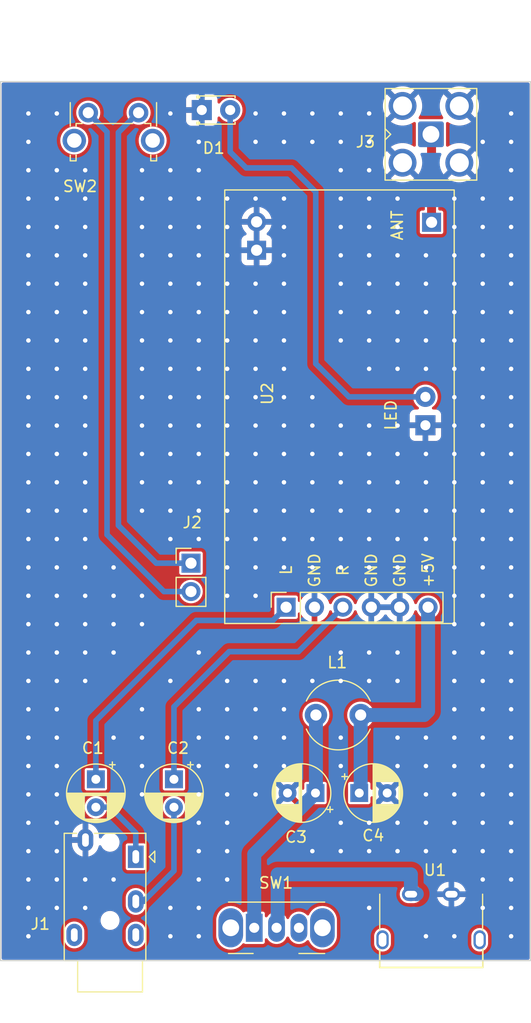
<source format=kicad_pcb>
(kicad_pcb (version 20221018) (generator pcbnew)
  (layers (0 "F.Cu" signal) (31 "B.Cu" signal) (34 "B.Paste" user) (35 "F.Paste" user) (36 "B.SilkS" user "B.Silkscreen") (37 "F.SilkS" user "F.Silkscreen") (38 "B.Mask" user) (39 "F.Mask" user) (44 "Edge.Cuts" user))
  (net 0 "")
  (net 1 "GND")
  (net 2 "+5V")
  (net 3 "Net-(U2-Left_Channel)")
  (net 4 "Net-(C1-Pad2)")
  (net 5 "Net-(U2-Right_Channel)")
  (net 6 "Net-(C2-Pad2)")
  (net 7 "Net-(D1-A)")
  (net 8 "Net-(J2-Pin_1)")
  (net 9 "Net-(J2-Pin_2)")
  (net 10 "Net-(J3-In)")
  (net 11 "Net-(SW1-B)")
  (net 13 "Net-(SW1-A)")
  (footprint "Connector_PinHeader_2.54mm:PinHeader_1x02_P2.54mm_Vertical" (layer "F.Cu") (at 130.023112 99.1058)
    (fp_text reference "J2" (at 0.111 -3.6365) (layer "F.SilkS"))
    (fp_text value "Conn_01x02")
    (pad "1" thru_hole rect (at 0 0) (size 1.7 1.7) (drill 1) (layers "*.Cu" "*.Mask") (net 8 "Net-(J2-Pin_1)"))
    (pad "2" thru_hole oval (at 0 2.54) (size 1.7 1.7) (drill 1) (layers "*.Cu" "*.Mask") (net 9 "Net-(J2-Pin_2)"))
  )
  (footprint "Capacitor_THT:CP_Radial_D5.0mm_P2.50mm" (layer "F.Cu") (at 128.499112 118.4548 -90)
    (fp_text reference "C2" (at -2.7925 -0.365 -180) (layer "F.SilkS"))
    (fp_text value "10uF")
    (pad "1" thru_hole rect (at 0 0 270) (size 1.6 1.6) (drill 0.8) (layers "*.Cu" "*.Mask") (net 5 "Net-(U2-Right_Channel)"))
    (pad "2" thru_hole circle (at 2.5 0 270) (size 1.6 1.6) (drill 0.8) (layers "*.Cu" "*.Mask") (net 6 "Net-(C2-Pad2)"))
  )
  (footprint "Connector_Audio:Jack_3.5mm_PJ320E_Horizontal" (layer "F.Cu") (at 125.084112 125.3903 180)
    (fp_text reference "J1" (at 8.539 -6.02) (layer "F.SilkS"))
    (fp_text value "AudioJack4")
    (pad "" np_thru_hole circle (at 2.3 -5.7 90) (size 1.2 1.2) (drill 1.2) (layers "*.Cu" "*.Mask"))
    (pad "" np_thru_hole circle (at 2.3 1.3 90) (size 1.2 1.2) (drill 1.2) (layers "*.Cu" "*.Mask"))
    (pad "" thru_hole oval (at 5.5 -7 90) (size 2 1.4) (drill oval 1.2 0.6) (layers "*.Cu" "*.Mask"))
    (pad "R1" thru_hole oval (at 0 -4 90) (size 2 1.4) (drill oval 1.2 0.6) (layers "*.Cu" "*.Mask") (net 6 "Net-(C2-Pad2)"))
    (pad "R2" thru_hole oval (at 0 -7 90) (size 2 1.4) (drill oval 1.2 0.6) (layers "*.Cu" "*.Mask"))
    (pad "S" thru_hole oval (at 4.5 1.5 90) (size 2 1.4) (drill oval 1.2 0.6) (layers "*.Cu" "*.Mask") (net 1 "GND"))
    (pad "T" thru_hole rect (at 0 0 90) (size 2 1.4) (drill oval 1.2 0.6) (layers "*.Cu" "*.Mask") (net 4 "Net-(C1-Pad2)"))
  )
  (footprint "Button_Switch_THT:SW_Slide_SPDT_Angled_CK_OS102011MA1Q" (layer "F.Cu") (at 135.679112 131.7498)
    (fp_text reference "SW1" (at 1.948 -4.0225 180) (layer "F.SilkS"))
    (fp_text value "SW_SPDT")
    (pad "" thru_hole oval (at -2.1 0) (size 2.2 3.5) (drill 1.5) (layers "*.Cu" "*.Mask"))
    (pad "" thru_hole oval (at 6.1 0) (size 2.2 3.5) (drill 1.5) (layers "*.Cu" "*.Mask"))
    (pad "1" thru_hole rect (at 0 0) (size 1.5 2.5) (drill 0.9) (layers "*.Cu" "*.Mask") (net 13 "Net-(SW1-A)"))
    (pad "2" thru_hole oval (at 2 0) (size 1.5 2.5) (drill 0.9) (layers "*.Cu" "*.Mask") (net 11 "Net-(SW1-B)"))
    (pad "3" thru_hole oval (at 4 0) (size 1.5 2.5) (drill 0.9) (layers "*.Cu" "*.Mask"))
  )
  (footprint "Inductor_THT:L_Radial_D6.0mm_P4.00mm" (layer "F.Cu") (at 141.199112 112.6998)
    (fp_text reference "L1" (at 1.905 -4.699) (layer "F.SilkS"))
    (fp_text value "10uH")
    (pad "1" thru_hole circle (at 0 0) (size 2 2) (drill 1) (layers "*.Cu" "*.Mask") (net 13 "Net-(SW1-A)"))
    (pad "2" thru_hole circle (at 4 0) (size 2 2) (drill 1) (layers "*.Cu" "*.Mask") (net 2 "+5V"))
  )
  (footprint "Modules:USB_C_Power" (layer "F.Cu") (at 147.027612 128.7433)
    (fp_text reference "U1" (at 4.829 -2.159) (layer "F.SilkS"))
    (fp_text value "USB-C-Power_Only")
    (pad "1" thru_hole oval (at 6.29 0 90) (size 1.2 1.6) (drill oval 0.6 1.1) (layers "*.Cu" "*.Mask") (net 1 "GND"))
    (pad "2" thru_hole oval (at 2.67 0 90) (size 1.2 1.6) (drill oval 0.6 1.1) (layers "*.Cu" "*.Mask") (net 11 "Net-(SW1-B)"))
    (pad "S1" thru_hole oval (at 0.13 4.08) (size 1.1 1.7) (drill oval 0.7 1.24) (layers "*.Cu" "*.Mask"))
    (pad "S1" thru_hole oval (at 8.82 4.08) (size 1.1 1.7) (drill oval 0.7 1.24) (layers "*.Cu" "*.Mask"))
  )
  (footprint "Capacitor_THT:CP_Radial_D5.0mm_P2.50mm" (layer "F.Cu") (at 145.074 119.6848)
    (fp_text reference "C4" (at 1.25 3.81) (layer "F.SilkS"))
    (fp_text value "100uF 16V")
    (pad "1" thru_hole rect (at 0 0) (size 1.6 1.6) (drill 0.8) (layers "*.Cu" "*.Mask") (net 2 "+5V"))
    (pad "2" thru_hole circle (at 2.5 0) (size 1.6 1.6) (drill 0.8) (layers "*.Cu" "*.Mask") (net 1 "GND"))
  )
  (footprint "Capacitor_THT:CP_Radial_D5.0mm_P2.50mm" (layer "F.Cu") (at 141.159112 119.6848 180)
    (fp_text reference "C3" (at 1.738 -3.937) (layer "F.SilkS"))
    (fp_text value "100uF 16V")
    (pad "1" thru_hole rect (at 0 0 180) (size 1.6 1.6) (drill 0.8) (layers "*.Cu" "*.Mask") (net 13 "Net-(SW1-A)"))
    (pad "2" thru_hole circle (at 2.5 0 180) (size 1.6 1.6) (drill 0.8) (layers "*.Cu" "*.Mask") (net 1 "GND"))
  )
  (footprint "LED_THT:LED_D1.8mm_W3.3mm_H2.4mm" (layer "F.Cu") (at 130.989112 58.5373)
    (fp_text reference "D1" (at 1.066 3.404) (layer "F.SilkS"))
    (fp_text value "LED")
    (pad "1" thru_hole rect (at 0 0) (size 1.8 1.8) (drill 0.9) (layers "*.Cu" "*.Mask") (net 1 "GND"))
    (pad "2" thru_hole circle (at 2.54 0) (size 1.8 1.8) (drill 0.9) (layers "*.Cu" "*.Mask") (net 7 "Net-(D1-A)"))
  )
  (footprint "Button_Switch_THT:SW_Tactile_SPST_Angled_PTS645Vx58-2LFS" (layer "F.Cu") (at 120.834112 58.7748)
    (fp_text reference "SW2" (at -0.733 6.5955) (layer "F.SilkS"))
    (fp_text value "Push Button")
    (pad "" thru_hole circle (at -1.25 2.49) (size 2.1 2.1) (drill 1.3) (layers "*.Cu" "*.Mask"))
    (pad "" thru_hole circle (at 5.76 2.49) (size 2.1 2.1) (drill 1.3) (layers "*.Cu" "*.Mask"))
    (pad "1" thru_hole circle (at 0 0) (size 1.75 1.75) (drill 0.99) (layers "*.Cu" "*.Mask") (net 9 "Net-(J2-Pin_2)"))
    (pad "2" thru_hole circle (at 4.5 0) (size 1.75 1.75) (drill 0.99) (layers "*.Cu" "*.Mask") (net 8 "Net-(J2-Pin_1)"))
  )
  (footprint "Connector_Coaxial:SMA_Amphenol_901-143_Horizontal" (layer "F.Cu") (at 151.486112 60.7113)
    (fp_text reference "J3" (at -5.858 0.6765 180) (layer "F.SilkS"))
    (fp_text value "Conn_Coaxial")
    (pad "1" thru_hole roundrect (at 0 0) (size 2.3 2.3) (drill 1.5) (layers "*.Cu" "*.Mask") (roundrect_rratio 0.087) (net 10 "Net-(J3-In)"))
    (pad "2" thru_hole circle (at -2.54 -2.54) (size 2.5 2.5) (drill 1.7) (layers "*.Cu" "*.Mask") (net 1 "GND"))
    (pad "2" thru_hole circle (at -2.54 2.54) (size 2.5 2.5) (drill 1.7) (layers "*.Cu" "*.Mask") (net 1 "GND"))
    (pad "2" thru_hole circle (at 2.54 -2.54) (size 2.5 2.5) (drill 1.7) (layers "*.Cu" "*.Mask") (net 1 "GND"))
    (pad "2" thru_hole circle (at 2.54 2.54) (size 2.5 2.5) (drill 1.7) (layers "*.Cu" "*.Mask") (net 1 "GND"))
  )
  (footprint "Capacitor_THT:CP_Radial_D5.0mm_P2.50mm" (layer "F.Cu") (at 121.514112 118.4548 -90)
    (fp_text reference "C1" (at -2.7925 0.27) (layer "F.SilkS"))
    (fp_text value "10uF")
    (pad "1" thru_hole rect (at 0 0 270) (size 1.6 1.6) (drill 0.8) (layers "*.Cu" "*.Mask") (net 3 "Net-(U2-Left_Channel)"))
    (pad "2" thru_hole circle (at 2.5 0 270) (size 1.6 1.6) (drill 0.8) (layers "*.Cu" "*.Mask") (net 4 "Net-(C1-Pad2)"))
  )
  (footprint "Modules:XL01M" (layer "F.Cu") (at 133.042112 104.5078 90)
    (fp_text reference "U2" (at 20.574 3.81 90 unlocked) (layer "F.SilkS"))
    (fp_text value "XL01M")
    (fp_text user "R" (at 4.762 10.57 90 unlocked) (layer "F.SilkS"))
    (fp_text user "LED" (at 18.656 14.866 90 unlocked) (layer "F.SilkS"))
    (fp_text user "GND" (at 4.762 13.11 90 unlocked) (layer "F.SilkS"))
    (fp_text user "GND" (at 4.762 8.03 90 unlocked) (layer "F.SilkS"))
    (fp_text user "ANT" (at 35.644 15.43 90 unlocked) (layer "F.SilkS"))
    (fp_text user "GND" (at 4.762 15.65 90 unlocked) (layer "F.SilkS"))
    (fp_text user "+5V" (at 4.762 18.19 90 unlocked) (layer "F.SilkS"))
    (fp_text user "L" (at 4.762 5.49 90 unlocked) (layer "F.SilkS"))
    (pad "1" thru_hole rect (at 1.46 5.49 90) (size 1.7 1.7) (drill 1) (layers "*.Cu" "*.Mask") (net 3 "Net-(U2-Left_Channel)"))
    (pad "2" thru_hole oval (at 1.46 8.03 90) (size 1.7 1.7) (drill 1) (layers "*.Cu" "*.Mask") (net 1 "GND"))
    (pad "3" thru_hole oval (at 1.46 10.57 90) (size 1.7 1.7) (drill 1) (layers "*.Cu" "*.Mask") (net 5 "Net-(U2-Right_Channel)"))
    (pad "4" thru_hole oval (at 1.46 13.11 90) (size 1.7 1.7) (drill 1) (layers "*.Cu" "*.Mask") (net 1 "GND"))
    (pad "5" thru_hole oval (at 1.46 15.65 90) (size 1.7 1.7) (drill 1) (layers "*.Cu" "*.Mask") (net 1 "GND"))
    (pad "6" thru_hole oval (at 1.46 18.19 90) (size 1.7 1.7) (drill 1) (layers "*.Cu" "*.Mask") (net 2 "+5V"))
    (pad "7" thru_hole rect (at 17.75 17.95 90) (size 1.8 1.8) (drill 0.9) (layers "*.Cu" "*.Mask") (net 1 "GND"))
    (pad "8" thru_hole circle (at 20.29 17.95 90) (size 1.8 1.8) (drill 0.9) (layers "*.Cu" "*.Mask") (net 7 "Net-(D1-A)"))
    (pad "9" thru_hole rect (at 35.92 18.5 90) (size 1.7 1.7) (drill 1) (layers "*.Cu" "*.Mask") (net 10 "Net-(J3-In)"))
    (pad "10" thru_hole oval (at 35.96 2.85 180) (size 1.7 1.7) (drill 1) (layers "*.Cu" "*.Mask") (net 1 "GND"))
    (pad "11" thru_hole rect (at 33.42 2.85 180) (size 1.7 1.7) (drill 1) (layers "*.Cu" "*.Mask") (net 1 "GND"))
  )
  (gr_rect (start 112.989112 55.9923) (end 160.389112 134.6923) (stroke (width 0.1)) (fill none) (layer "Edge.Cuts"))
  (via (at 125.639112 94.4063) (size 0.8) (drill 0.4) (layers "F.Cu" "B.Cu") (net 1))
  (via (at 133.259112 66.4663) (size 0.8) (drill 0.4) (layers "F.Cu" "B.Cu") (net 1))
  (via (at 133.259112 81.7063) (size 0.8) (drill 0.4) (layers "F.Cu" "B.Cu") (net 1))
  (via (at 156.119112 71.5463) (size 0.8) (drill 0.4) (layers "F.Cu" "B.Cu") (net 1))
  (via (at 135.799112 86.7863) (size 0.8) (drill 0.4) (layers "F.Cu" "B.Cu") (net 1))
  (via (at 156.119112 102.0263) (size 0.8) (drill 0.4) (layers "F.Cu" "B.Cu") (net 1))
  (via (at 151.039112 71.5463) (size 0.8) (drill 0.4) (layers "F.Cu" "B.Cu") (net 1))
  (via (at 148.499112 71.5463) (size 0.8) (drill 0.4) (layers "F.Cu" "B.Cu") (net 1))
  (via (at 138.339112 99.4863) (size 0.8) (drill 0.4) (layers "F.Cu" "B.Cu") (net 1))
  (via (at 151.039112 79.1663) (size 0.8) (drill 0.4) (layers "F.Cu" "B.Cu") (net 1))
  (via (at 125.639112 63.9263) (size 0.8) (drill 0.4) (layers "F.Cu" "B.Cu") (net 1))
  (via (at 153.579112 112.1863) (size 0.8) (drill 0.4) (layers "F.Cu" "B.Cu") (net 1))
  (via (at 125.639112 102.0263) (size 0.8) (drill 0.4) (layers "F.Cu" "B.Cu") (net 1))
  (via (at 153.579112 96.9463) (size 0.8) (drill 0.4) (layers "F.Cu" "B.Cu") (net 1))
  (via (at 138.339112 58.8463) (size 0.8) (drill 0.4) (layers "F.Cu" "B.Cu") (net 1))
  (via (at 115.479112 104.5663) (size 0.8) (drill 0.4) (layers "F.Cu" "B.Cu") (net 1))
  (via (at 158.659112 132.5063) (size 0.8) (drill 0.4) (layers "F.Cu" "B.Cu") (net 1))
  (via (at 133.259112 99.4863) (size 0.8) (drill 0.4) (layers "F.Cu" "B.Cu") (net 1))
  (via (at 143.419112 107.1063) (size 0.8) (drill 0.4) (layers "F.Cu" "B.Cu") (net 1))
  (via (at 118.019112 71.5463) (size 0.8) (drill 0.4) (layers "F.Cu" "B.Cu") (net 1))
  (via (at 130.719112 127.4263) (size 0.8) (drill 0.4) (layers "F.Cu" "B.Cu") (net 1))
  (via (at 138.339112 84.2463) (size 0.8) (drill 0.4) (layers "F.Cu" "B.Cu") (net 1))
  (via (at 118.019112 117.2663) (size 0.8) (drill 0.4) (layers "F.Cu" "B.Cu") (net 1))
  (via (at 118.019112 127.4263) (size 0.8) (drill 0.4) (layers "F.Cu" "B.Cu") (net 1))
  (via (at 156.119112 79.1663) (size 0.8) (drill 0.4) (layers "F.Cu" "B.Cu") (net 1))
  (via (at 128.179112 109.6463) (size 0.8) (drill 0.4) (layers "F.Cu" "B.Cu") (net 1))
  (via (at 158.659112 74.0863) (size 0.8) (drill 0.4) (layers "F.Cu" "B.Cu") (net 1))
  (via (at 148.499112 96.9463) (size 0.8) (drill 0.4) (layers "F.Cu" "B.Cu") (net 1))
  (via (at 156.119112 127.4263) (size 0.8) (drill 0.4) (layers "F.Cu" "B.Cu") (net 1))
  (via (at 130.719112 63.9263) (size 0.8) (drill 0.4) (layers "F.Cu" "B.Cu") (net 1))
  (via (at 128.179112 66.4663) (size 0.8) (drill 0.4) (layers "F.Cu" "B.Cu") (net 1))
  (via (at 118.019112 58.8463) (size 0.8) (drill 0.4) (layers "F.Cu" "B.Cu") (net 1))
  (via (at 133.259112 117.2663) (size 0.8) (drill 0.4) (layers "F.Cu" "B.Cu") (net 1))
  (via (at 118.019112 84.2463) (size 0.8) (drill 0.4) (layers "F.Cu" "B.Cu") (net 1))
  (via (at 135.799112 61.3863) (size 0.8) (drill 0.4) (layers "F.Cu" "B.Cu") (net 1))
  (via (at 118.019112 104.5663) (size 0.8) (drill 0.4) (layers "F.Cu" "B.Cu") (net 1))
  (via (at 138.339112 86.7863) (size 0.8) (drill 0.4) (layers "F.Cu" "B.Cu") (net 1))
  (via (at 145.959112 124.8863) (size 0.8) (drill 0.4) (layers "F.Cu" "B.Cu") (net 1))
  (via (at 151.039112 89.3263) (size 0.8) (drill 0.4) (layers "F.Cu" "B.Cu") (net 1))
  (via (at 130.719112 129.9663) (size 0.8) (drill 0.4) (layers "F.Cu" "B.Cu") (net 1))
  (via (at 153.579112 79.1663) (size 0.8) (drill 0.4) (layers "F.Cu" "B.Cu") (net 1))
  (via (at 143.419112 122.3463) (size 0.8) (drill 0.4) (layers "F.Cu" "B.Cu") (net 1))
  (via (at 158.659112 79.1663) (size 0.8) (drill 0.4) (layers "F.Cu" "B.Cu") (net 1))
  (via (at 156.119112 74.0863) (size 0.8) (drill 0.4) (layers "F.Cu" "B.Cu") (net 1))
  (via (at 118.019112 94.4063) (size 0.8) (drill 0.4) (layers "F.Cu" "B.Cu") (net 1))
  (via (at 128.179112 96.9463) (size 0.8) (drill 0.4) (layers "F.Cu" "B.Cu") (net 1))
  (via (at 133.259112 79.1663) (size 0.8) (drill 0.4) (layers "F.Cu" "B.Cu") (net 1))
  (via (at 153.579112 122.3463) (size 0.8) (drill 0.4) (layers "F.Cu" "B.Cu") (net 1))
  (via (at 138.339112 96.9463) (size 0.8) (drill 0.4) (layers "F.Cu" "B.Cu") (net 1))
  (via (at 145.959112 107.1063) (size 0.8) (drill 0.4) (layers "F.Cu" "B.Cu") (net 1))
  (via (at 158.659112 89.3263) (size 0.8) (drill 0.4) (layers "F.Cu" "B.Cu") (net 1))
  (via (at 120.559112 89.3263) (size 0.8) (drill 0.4) (layers "F.Cu" "B.Cu") (net 1))
  (via (at 151.039112 81.7063) (size 0.8) (drill 0.4) (layers "F.Cu" "B.Cu") (net 1))
  (via (at 151.039112 117.2663) (size 0.8) (drill 0.4) (layers "F.Cu" "B.Cu") (net 1))
  (via (at 158.659112 84.2463) (size 0.8) (drill 0.4) (layers "F.Cu" "B.Cu") (net 1))
  (via (at 145.959112 61.3863) (size 0.8) (drill 0.4) (layers "F.Cu" "B.Cu") (net 1))
  (via (at 120.559112 84.2463) (size 0.8) (drill 0.4) (layers "F.Cu" "B.Cu") (net 1))
  (via (at 156.119112 94.4063) (size 0.8) (drill 0.4) (layers "F.Cu" "B.Cu") (net 1))
  (via (at 135.799112 102.0263) (size 0.8) (drill 0.4) (layers "F.Cu" "B.Cu") (net 1))
  (via (at 138.339112 117.2663) (size 0.8) (drill 0.4) (layers "F.Cu" "B.Cu") (net 1))
  (via (at 120.559112 129.9663) (size 0.8) (drill 0.4) (layers "F.Cu" "B.Cu") (net 1))
  (via (at 115.479112 89.3263) (size 0.8) (drill 0.4) (layers "F.Cu" "B.Cu") (net 1))
  (via (at 151.039112 122.3463) (size 0.8) (drill 0.4) (layers "F.Cu" "B.Cu") (net 1))
  (via (at 158.659112 63.9263) (size 0.8) (drill 0.4) (layers "F.Cu" "B.Cu") (net 1))
  (via (at 115.479112 132.5063) (size 0.8) (drill 0.4) (layers "F.Cu" "B.Cu") (net 1))
  (via (at 130.719112 91.8663) (size 0.8) (drill 0.4) (layers "F.Cu" "B.Cu") (net 1))
  (via (at 145.959112 89.3263) (size 0.8) (drill 0.4) (layers "F.Cu" "B.Cu") (net 1))
  (via (at 118.019112 63.9263) (size 0.8) (drill 0.4) (layers "F.Cu" "B.Cu") (net 1))
  (via (at 135.799112 117.2663) (size 0.8) (drill 0.4) (layers "F.Cu" "B.Cu") (net 1))
  (via (at 148.499112 94.4063) (size 0.8) (drill 0.4) (layers "F.Cu" "B.Cu") (net 1))
  (via (at 158.659112 119.8063) (size 0.8) (drill 0.4) (layers "F.Cu" "B.Cu") (net 1))
  (via (at 120.559112 104.5663) (size 0.8) (drill 0.4) (layers "F.Cu" "B.Cu") (net 1))
  (via (at 158.659112 127.4263) (size 0.8) (drill 0.4) (layers "F.Cu" "B.Cu") (net 1))
  (via (at 118.019112 91.8663) (size 0.8) (drill 0.4) (layers "F.Cu" "B.Cu") (net 1))
  (via (at 140.879112 61.3863) (size 0.8) (drill 0.4) (layers "F.Cu" "B.Cu") (net 1))
  (via (at 118.019112 107.1063) (size 0.8) (drill 0.4) (layers "F.Cu" "B.Cu") (net 1))
  (via (at 120.559112 74.0863) (size 0.8) (drill 0.4) (layers "F.Cu" "B.Cu") (net 1))
  (via (at 148.499112 79.1663) (size 0.8) (drill 0.4) (layers "F.Cu" "B.Cu") (net 1))
  (via (at 153.579112 107.1063) (size 0.8) (drill 0.4) (layers "F.Cu" "B.Cu") (net 1))
  (via (at 138.339112 74.0863) (size 0.8) (drill 0.4) (layers "F.Cu" "B.Cu") (net 1))
  (via (at 115.479112 71.5463) (size 0.8) (drill 0.4) (layers "F.Cu" "B.Cu") (net 1))
  (via (at 133.259112 84.2463) (size 0.8) (drill 0.4) (layers "F.Cu" "B.Cu") (net 1))
  (via (at 148.499112 74.0863) (size 0.8) (drill 0.4) (layers "F.Cu" "B.Cu") (net 1))
  (via (at 130.719112 89.3263) (size 0.8) (drill 0.4) (layers "F.Cu" "B.Cu") (net 1))
  (via (at 123.099112 114.7263) (size 0.8) (drill 0.4) (layers "F.Cu" "B.Cu") (net 1))
  (via (at 143.419112 86.7863) (size 0.8) (drill 0.4) (layers "F.Cu" "B.Cu") (net 1))
  (via (at 148.499112 69.0063) (size 0.8) (drill 0.4) (layers "F.Cu" "B.Cu") (net 1))
  (via (at 118.019112 109.6463) (size 0.8) (drill 0.4) (layers "F.Cu" "B.Cu") (net 1))
  (via (at 151.039112 96.9463) (size 0.8) (drill 0.4) (layers "F.Cu" "B.Cu") (net 1))
  (via (at 145.959112 122.3463) (size 0.8) (drill 0.4) (layers "F.Cu" "B.Cu") (net 1))
  (via (at 123.099112 107.1063) (size 0.8) (drill 0.4) (layers "F.Cu" "B.Cu") (net 1))
  (via (at 133.259112 71.5463) (size 0.8) (drill 0.4) (layers "F.Cu" "B.Cu") (net 1))
  (via (at 125.639112 74.0863) (size 0.8) (drill 0.4) (layers "F.Cu" "B.Cu") (net 1))
  (via (at 153.579112 99.4863) (size 0.8) (drill 0.4) (layers "F.Cu" "B.Cu") (net 1))
  (via (at 153.579112 104.5663) (size 0.8) (drill 0.4) (layers "F.Cu" "B.Cu") (net 1))
  (via (at 130.719112 94.4063) (size 0.8) (drill 0.4) (layers "F.Cu" "B.Cu") (net 1))
  (via (at 130.719112 66.4663) (size 0.8) (drill 0.4) (layers "F.Cu" "B.Cu") (net 1))
  (via (at 158.659112 112.1863) (size 0.8) (drill 0.4) (layers "F.Cu" "B.Cu") (net 1))
  (via (at 120.559112 69.0063) (size 0.8) (drill 0.4) (layers "F.Cu" "B.Cu") (net 1))
  (via (at 115.479112 63.9263) (size 0.8) (drill 0.4) (layers "F.Cu" "B.Cu") (net 1))
  (via (at 125.639112 79.1663) (size 0.8) (drill 0.4) (layers "F.Cu" "B.Cu") (net 1))
  (via (at 120.559112 76.6263) (size 0.8) (drill 0.4) (layers "F.Cu" "B.Cu") (net 1))
  (via (at 133.259112 114.7263) (size 0.8) (drill 0.4) (layers "F.Cu" "B.Cu") (net 1))
  (via (at 148.499112 86.7863) (size 0.8) (drill 0.4) (layers "F.Cu" "B.Cu") (net 1))
  (via (at 158.659112 102.0263) (size 0.8) (drill 0.4) (layers "F.Cu" "B.Cu") (net 1))
  (via (at 140.879112 96.9463) (size 0.8) (drill 0.4) (layers "F.Cu" "B.Cu") (net 1))
  (via (at 140.879112 99.4863) (size 0.8) (drill 0.4) (layers "F.Cu" "B.Cu") (net 1))
  (via (at 140.879112 124.8863) (size 0.8) (drill 0.4) (layers "F.Cu" "B.Cu") (net 1))
  (via (at 153.579112 102.0263) (size 0.8) (drill 0.4) (layers "F.Cu" "B.Cu") (net 1))
  (via (at 135.799112 79.1663) (size 0.8) (drill 0.4) (layers "F.Cu" "B.Cu") (net 1))
  (via (at 115.479112 69.0063) (size 0.8) (drill 0.4) (layers "F.Cu" "B.Cu") (net 1))
  (via (at 115.479112 84.2463) (size 0.8) (drill 0.4) (layers "F.Cu" "B.Cu") (net 1))
  (via (at 156.119112 89.3263) (size 0.8) (drill 0.4) (layers "F.Cu" "B.Cu") (net 1))
  (via (at 145.959112 86.7863) (size 0.8) (drill 0.4) (layers "F.Cu" "B.Cu") (net 1))
  (via (at 135.799112 94.4063) (size 0.8) (drill 0.4) (layers "F.Cu" "B.Cu") (net 1))
  (via (at 148.499112 99.4863) (size 0.8) (drill 0.4) (layers "F.Cu" "B.Cu") (net 1))
  (via (at 125.639112 69.0063) (size 0.8) (drill 0.4) (layers "F.Cu" "B.Cu") (net 1))
  (via (at 130.719112 69.0063) (size 0.8) (drill 0.4) (layers "F.Cu" "B.Cu") (net 1))
  (via (at 115.479112 122.3463) (size 0.8) (drill 0.4) (layers "F.Cu" "B.Cu") (net 1))
  (via (at 158.659112 91.8663) (size 0.8) (drill 0.4) (layers "F.Cu" "B.Cu") (net 1))
  (via (at 115.479112 112.1863) (size 0.8) (drill 0.4) (layers "F.Cu" "B.Cu") (net 1))
  (via (at 138.339112 66.4663) (size 0.8) (drill 0.4) (layers "F.Cu" "B.Cu") (net 1))
  (via (at 115.479112 86.7863) (size 0.8) (drill 0.4) (layers "F.Cu" "B.Cu") (net 1))
  (via (at 148.499112 117.2663) (size 0.8) (drill 0.4) (layers "F.Cu" "B.Cu") (net 1))
  (via (at 138.339112 89.3263) (size 0.8) (drill 0.4) (layers "F.Cu" "B.Cu") (net 1))
  (via (at 156.119112 114.7263) (size 0.8) (drill 0.4) (layers "F.Cu" "B.Cu") (net 1))
  (via (at 130.719112 124.8863) (size 0.8) (drill 0.4) (layers "F.Cu" "B.Cu") (net 1))
  (via (at 158.659112 99.4863) (size 0.8) (drill 0.4) (layers "F.Cu" "B.Cu") (net 1))
  (via (at 158.659112 96.9463) (size 0.8) (drill 0.4) (layers "F.Cu" "B.Cu") (net 1))
  (via (at 143.419112 76.6263) (size 0.8) (drill 0.4) (layers "F.Cu" "B.Cu") (net 1))
  (via (at 153.579112 74.0863) (size 0.8) (drill 0.4) (layers "F.Cu" "B.Cu") (net 1))
  (via (at 156.119112 84.2463) (size 0.8) (drill 0.4) (layers "F.Cu" "B.Cu") (net 1))
  (via (at 115.479112 96.9463) (size 0.8) (drill 0.4) (layers "F.Cu" "B.Cu") (net 1))
  (via (at 130.719112 117.2663) (size 0.8) (drill 0.4) (layers "F.Cu" "B.Cu") (net 1))
  (via (at 145.959112 94.4063) (size 0.8) (drill 0.4) (layers "F.Cu" "B.Cu") (net 1))
  (via (at 123.099112 104.5663) (size 0.8) (drill 0.4) (layers "F.Cu" "B.Cu") (net 1))
  (via (at 115.479112 114.7263) (size 0.8) (drill 0.4) (layers "F.Cu" "B.Cu") (net 1))
  (via (at 153.579112 89.3263) (size 0.8) (drill 0.4) (layers "F.Cu" "B.Cu") (net 1))
  (via (at 120.559112 91.8663) (size 0.8) (drill 0.4) (layers "F.Cu" "B.Cu") (net 1))
  (via (at 133.259112 109.6463) (size 0.8) (drill 0.4) (layers "F.Cu" "B.Cu") (net 1))
  (via (at 133.259112 127.4263) (size 0.8) (drill 0.4) (layers "F.Cu" "B.Cu") (net 1))
  (via (at 128.179112 74.0863) (size 0.8) (drill 0.4) (layers "F.Cu" "B.Cu") (net 1))
  (via (at 125.639112 66.4663) (size 0.8) (drill 0.4) (layers "F.Cu" "B.Cu") (net 1))
  (via (at 130.719112 122.3463) (size 0.8) (drill 0.4) (layers "F.Cu" "B.Cu") (net 1))
  (via (at 128.179112 84.2463) (size 0.8) (drill 0.4) (layers "F.Cu" "B.Cu") (net 1))
  (via (at 158.659112 122.3463) (size 0.8) (drill 0.4) (layers "F.Cu" "B.Cu") (net 1))
  (via (at 148.499112 109.6463) (size 0.8) (drill 0.4) (layers "F.Cu" "B.Cu") (net 1))
  (via (at 148.499112 81.7063) (size 0.8) (drill 0.4) (layers "F.Cu" "B.Cu") (net 1))
  (via (at 153.579112 84.2463) (size 0.8) (drill 0.4) (layers "F.Cu" "B.Cu") (net 1))
  (via (at 135.799112 91.8663) (size 0.8) (drill 0.4) (layers "F.Cu" "B.Cu") (net 1))
  (via (at 125.639112 112.1863) (size 0.8) (drill 0.4) (layers "F.Cu" "B.Cu") (net 1))
  (via (at 145.959112 69.0063) (size 0.8) (drill 0.4) (layers "F.Cu" "B.Cu") (net 1))
  (via (at 135.799112 58.8463) (size 0.8) (drill 0.4) (layers "F.Cu" "B.Cu") (net 1))
  (via (at 135.799112 66.4663) (size 0.8) (drill 0.4) (layers "F.Cu" "B.Cu") (net 1))
  (via (at 120.559112 102.0263) (size 0.8) (drill 0.4) (layers "F.Cu" "B.Cu") (net 1))
  (via (at 140.879112 58.8463) (size 0.8) (drill 0.4) (layers "F.Cu" "B.Cu") (net 1))
  (via (at 156.119112 107.1063) (size 0.8) (drill 0.4) (layers "F.Cu" "B.Cu") (net 1))
  (via (at 145.959112 129.9663) (size 0.8) (drill 0.4) (layers "F.Cu" "B.Cu") (net 1))
  (via (at 148.499112 124.8863) (size 0.8) (drill 0.4) (layers "F.Cu" "B.Cu") (net 1))
  (via (at 143.419112 74.0863) (size 0.8) (drill 0.4) (layers "F.Cu" "B.Cu") (net 1))
  (via (at 143.419112 63.9263) (size 0.8) (drill 0.4) (layers "F.Cu" "B.Cu") (net 1))
  (via (at 156.119112 109.6463) (size 0.8) (drill 0.4) (layers "F.Cu" "B.Cu") (net 1))
  (via (at 135.799112 112.1863) (size 0.8) (drill 0.4) (layers "F.Cu" "B.Cu") (net 1))
  (via (at 130.719112 86.7863) (size 0.8) (drill 0.4) (layers "F.Cu" "B.Cu") (net 1))
  (via (at 156.119112 99.4863) (size 0.8) (drill 0.4) (layers "F.Cu" "B.Cu") (net 1))
  (via (at 133.259112 91.8663) (size 0.8) (drill 0.4) (layers "F.Cu" "B.Cu") (net 1))
  (via (at 153.579112 114.7263) (size 0.8) (drill 0.4) (layers "F.Cu" "B.Cu") (net 1))
  (via (at 118.019112 129.9663) (size 0.8) (drill 0.4) (layers "F.Cu" "B.Cu") (net 1))
  (via (at 123.099112 102.0263) (size 0.8) (drill 0.4) (layers "F.Cu" "B.Cu") (net 1))
  (via (at 125.639112 114.7263) (size 0.8) (drill 0.4) (layers "F.Cu" "B.Cu") (net 1))
  (via (at 143.419112 117.2663) (size 0.8) (drill 0.4) (layers "F.Cu" "B.Cu") (net 1))
  (via (at 125.639112 89.3263) (size 0.8) (drill 0.4) (layers "F.Cu" "B.Cu") (net 1))
  (via (at 148.499112 91.8663) (size 0.8) (drill 0.4) (layers "F.Cu" "B.Cu") (net 1))
  (via (at 130.719112 119.8063) (size 0.8) (drill 0.4) (layers "F.Cu" "B.Cu") (net 1))
  (via (at 118.019112 114.7263) (size 0.8) (drill 0.4) (layers "F.Cu" "B.Cu") (net 1))
  (via (at 133.259112 102.0263) (size 0.8) (drill 0.4) (layers "F.Cu" "B.Cu") (net 1))
  (via (at 145.959112 109.6463) (size 0.8) (drill 0.4) (layers "F.Cu" "B.Cu") (net 1))
  (via (at 130.719112 71.5463) (size 0.8) (drill 0.4) (layers "F.Cu" "B.Cu") (net 1))
  (via (at 133.259112 112.1863) (size 0.8) (drill 0.4) (layers "F.Cu" "B.Cu") (net 1))
  (via (at 128.179112 94.4063) (size 0.8) (drill 0.4) (layers "F.Cu" "B.Cu") (net 1))
  (via (at 133.259112 122.3463) (size 0.8) (drill 0.4) (layers "F.Cu" "B.Cu") (net 1))
  (via (at 120.559112 127.4263) (size 0.8) (drill 0.4) (layers "F.Cu" "B.Cu") (net 1))
  (via (at 115.479112 102.0263) (size 0.8) (drill 0.4) (layers "F.Cu" "B.Cu") (net 1))
  (via (at 130.719112 81.7063) (size 0.8) (drill 0.4) (layers "F.Cu" "B.Cu") (net 1))
  (via (at 145.959112 81.7063) (size 0.8) (drill 0.4) (layers "F.Cu" "B.Cu") (net 1))
  (via (at 158.659112 66.4663) (size 0.8) (drill 0.4) (layers "F.Cu" "B.Cu") (net 1))
  (via (at 158.659112 76.6263) (size 0.8) (drill 0.4) (layers "F.Cu" "B.Cu") (net 1))
  (via (at 156.119112 91.8663) (size 0.8) (drill 0.4) (layers "F.Cu" "B.Cu") (net 1))
  (via (at 135.799112 96.9463) (size 0.8) (drill 0.4) (layers "F.Cu" "B.Cu") (net 1))
  (via (at 118.019112 89.3263) (size 0.8) (drill 0.4) (layers "F.Cu" "B.Cu") (net 1))
  (via (at 148.499112 114.7263) (size 0.8) (drill 0.4) (layers "F.Cu" "B.Cu") (net 1))
  (via (at 158.659112 107.1063) (size 0.8) (drill 0.4) (layers "F.Cu" "B.Cu") (net 1))
  (via (at 133.259112 96.9463) (size 0.8) (drill 0.4) (layers "F.Cu" "B.Cu") (net 1))
  (via (at 120.559112 94.4063) (size 0.8) (drill 0.4) (layers "F.Cu" "B.Cu") (net 1))
  (via (at 156.119112 122.3463) (size 0.8) (drill 0.4) (layers "F.Cu" "B.Cu") (net 1))
  (via (at 125.639112 119.8063) (size 0.8) (drill 0.4) (layers "F.Cu" "B.Cu") (net 1))
  (via (at 156.119112 69.0063) (size 0.8) (drill 0.4) (layers "F.Cu" "B.Cu") (net 1))
  (via (at 133.259112 94.4063) (size 0.8) (drill 0.4) (layers "F.Cu" "B.Cu") (net 1))
  (via (at 128.179112 76.6263) (size 0.8) (drill 0.4) (layers "F.Cu" "B.Cu") (net 1))
  (via (at 151.039112 76.6263) (size 0.8) (drill 0.4) (layers "F.Cu" "B.Cu") (net 1))
  (via (at 145.959112 76.6263) (size 0.8) (drill 0.4) (layers "F.Cu" "B.Cu") (net 1))
  (via (at 153.579112 91.8663) (size 0.8) (drill 0.4) (layers "F.Cu" "B.Cu") (net 1))
  (via (at 138.339112 91.8663) (size 0.8) (drill 0.4) (layers "F.Cu" "B.Cu") (net 1))
  (via (at 120.559112 86.7863) (size 0.8) (drill 0.4) (layers "F.Cu" "B.Cu") (net 1))
  (via (at 156.119112 86.7863) (size 0.8) (drill 0.4) (layers "F.Cu" "B.Cu") (net 1))
  (via (at 115.479112 129.9663) (size 0.8) (drill 0.4) (layers "F.Cu" "B.Cu") (net 1))
  (via (at 118.019112 86.7863) (size 0.8) (drill 0.4) (layers "F.Cu" "B.Cu") (net 1))
  (via (at 118.019112 81.7063) (size 0.8) (drill 0.4) (layers "F.Cu" "B.Cu") (net 1))
  (via (at 145.959112 66.4663) (size 0.8) (drill 0.4) (layers "F.Cu" "B.Cu") (net 1))
  (via (at 156.119112 76.6263) (size 0.8) (drill 0.4) (layers "F.Cu" "B.Cu") (net 1))
  (via (at 145.959112 58.8463) (size 0.8) (drill 0.4) (layers "F.Cu" "B.Cu") (net 1))
  (via (at 133.259112 124.8863) (size 0.8) (drill 0.4) (layers "F.Cu" "B.Cu") (net 1))
  (via (at 130.719112 112.1863) (size 0.8) (drill 0.4) (layers "F.Cu" "B.Cu") (net 1))
  (via (at 135.799112 119.8063) (size 0.8) (drill 0.4) (layers "F.Cu" "B.Cu") (net 1))
  (via (at 133.259112 119.8063) (size 0.8) (drill 0.4) (layers "F.Cu" "B.Cu") (net 1))
  (via (at 151.039112 124.8863) (size 0.8) (drill 0.4) (layers "F.Cu" "B.Cu") (net 1))
  (via (at 156.119112 104.5663) (size 0.8) (drill 0.4) (layers "F.Cu" "B.Cu") (net 1))
  (via (at 158.659112 61.3863) (size 0.8) (drill 0.4) (layers "F.Cu" "B.Cu") (net 1))
  (via (at 123.099112 127.4263) (size 0.8) (drill 0.4) (layers "F.Cu" "B.Cu") (net 1))
  (via (at 158.659112 81.7063) (size 0.8) (drill 0.4) (layers "F.Cu" "B.Cu") (net 1))
  (via (at 115.479112 109.6463) (size 0.8) (drill 0.4) (layers "F.Cu" "B.Cu") (net 1))
  (via (at 128.179112 81.7063) (size 0.8) (drill 0.4) (layers "F.Cu" "B.Cu") (net 1))
  (via (at 143.419112 58.8463) (size 0.8) (drill 0.4) (layers "F.Cu" "B.Cu") (net 1))
  (via (at 158.659112 69.0063) (size 0.8) (drill 0.4) (layers "F.Cu" "B.Cu") (net 1))
  (via (at 158.659112 71.5463) (size 0.8) (drill 0.4) (layers "F.Cu" "B.Cu") (net 1))
  (via (at 140.879112 91.8663) (size 0.8) (drill 0.4) (layers "F.Cu" "B.Cu") (net 1))
  (via (at 151.039112 99.4863) (size 0.8) (drill 0.4) (layers "F.Cu" "B.Cu") (net 1))
  (via (at 118.019112 79.1663) (size 0.8) (drill 0.4) (layers "F.Cu" "B.Cu") (net 1))
  (via (at 135.799112 81.7063) (size 0.8) (drill 0.4) (layers "F.Cu" "B.Cu") (net 1))
  (via (at 158.659112 104.5663) (size 0.8) (drill 0.4) (layers "F.Cu" "B.Cu") (net 1))
  (via (at 118.019112 66.4663) (size 0.8) (drill 0.4) (layers "F.Cu" "B.Cu") (net 1))
  (via (at 156.119112 112.1863) (size 0.8) (drill 0.4) (layers "F.Cu" "B.Cu") (net 1))
  (via (at 115.479112 127.4263) (size 0.8) (drill 0.4) (layers "F.Cu" "B.Cu") (net 1))
  (via (at 128.179112 91.8663) (size 0.8) (drill 0.4) (layers "F.Cu" "B.Cu") (net 1))
  (via (at 158.659112 58.8463) (size 0.8) (drill 0.4) (layers "F.Cu" "B.Cu") (net 1))
  (via (at 158.659112 94.4063) (size 0.8) (drill 0.4) (layers "F.Cu" "B.Cu") (net 1))
  (via (at 158.659112 129.9663) (size 0.8) (drill 0.4) (layers "F.Cu" "B.Cu") (net 1))
  (via (at 145.959112 74.0863) (size 0.8) (drill 0.4) (layers "F.Cu" "B.Cu") (net 1))
  (via (at 128.179112 89.3263) (size 0.8) (drill 0.4) (layers "F.Cu" "B.Cu") (net 1))
  (via (at 145.959112 71.5463) (size 0.8) (drill 0.4) (layers "F.Cu" "B.Cu") (net 1))
  (via (at 143.419112 99.4863) (size 0.8) (drill 0.4) (layers "F.Cu" "B.Cu") (net 1))
  (via (at 145.959112 96.9463) (size 0.8) (drill 0.4) (layers "F.Cu" "B.Cu") (net 1))
  (via (at 118.019112 122.3463) (size 0.8) (drill 0.4) (layers "F.Cu" "B.Cu") (net 1))
  (via (at 148.499112 122.3463) (size 0.8) (drill 0.4) (layers "F.Cu" "B.Cu") (net 1))
  (via (at 130.719112 74.0863) (size 0.8) (drill 0.4) (layers "F.Cu" "B.Cu") (net 1))
  (via (at 135.799112 114.7263) (size 0.8) (drill 0.4) (layers "F.Cu" "B.Cu") (net 1))
  (via (at 128.179112 63.9263) (size 0.8) (drill 0.4) (layers "F.Cu" "B.Cu") (net 1))
  (via (at 145.959112 91.8663) (size 0.8) (drill 0.4) (layers "F.Cu" "B.Cu") (net 1))
  (via (at 120.559112 66.4663) (size 0.8) (drill 0.4) (layers "F.Cu" "B.Cu") (net 1))
  (via (at 135.799112 84.2463) (size 0.8) (drill 0.4) (layers "F.Cu" "B.Cu") (net 1))
  (via (at 130.719112 96.9463) (size 0.8) (drill 0.4) (layers "F.Cu" "B.Cu") (net 1))
  (via (at 140.879112 94.4063) (size 0.8) (drill 0.4) (layers "F.Cu" "B.Cu") (net 1))
  (via (at 130.719112 61.3863) (size 0.8) (drill 0.4) (layers "F.Cu" "B.Cu") (net 1))
  (via (at 118.019112 102.0263) (size 0.8) (drill 0.4) (layers "F.Cu" "B.Cu") (net 1))
  (via (at 115.479112 81.7063) (size 0.8) (drill 0.4) (layers "F.Cu" "B.Cu") (net 1))
  (via (at 135.799112 89.3263) (size 0.8) (drill 0.4) (layers "F.Cu" "B.Cu") (net 1))
  (via (at 156.119112 66.4663) (size 0.8) (drill 0.4) (layers "F.Cu" "B.Cu") (net 1))
  (via (at 135.799112 109.6463) (size 0.8) (drill 0.4) (layers "F.Cu" "B.Cu") (net 1))
  (via (at 158.659112 109.6463) (size 0.8) (drill 0.4) (layers "F.Cu" "B.Cu") (net 1))
  (via (at 151.039112 94.4063) (size 0.8) (drill 0.4) (layers "F.Cu" "B.Cu") (net 1))
  (via (at 135.799112 74.0863) (size 0.8) (drill 0.4) (layers "F.Cu" "B.Cu") (net 1))
  (via (at 130.719112 84.2463) (size 0.8) (drill 0.4) (layers "F.Cu" "B.Cu") (net 1))
  (via (at 138.339112 61.3863) (size 0.8) (drill 0.4) (layers "F.Cu" "B.Cu") (net 1))
  (via (at 143.419112 66.4663) (size 0.8) (drill 0.4) (layers "F.Cu" "B.Cu") (net 1))
  (via (at 120.559112 109.6463) (size 0.8) (drill 0.4) (layers "F.Cu" "B.Cu") (net 1))
  (via (at 130.719112 107.1063) (size 0.8) (drill 0.4) (layers "F.Cu" "B.Cu") (net 1))
  (via (at 153.579112 66.4663) (size 0.8) (drill 0.4) (layers "F.Cu" "B.Cu") (net 1))
  (via (at 138.339112 79.1663) (size 0.8) (drill 0.4) (layers "F.Cu" "B.Cu") (net 1))
  (via (at 158.659112 86.7863) (size 0.8) (drill 0.4) (layers "F.Cu" "B.Cu") (net 1))
  (via (at 138.339112 76.6263) (size 0.8) (drill 0.4) (layers "F.Cu" "B.Cu") (net 1))
  (via (at 151.039112 132.5063) (size 0.8) (drill 0.4) (layers "F.Cu" "B.Cu") (net 1))
  (via (at 115.479112 61.3863) (size 0.8) (drill 0.4) (layers "F.Cu" "B.Cu") (net 1))
  (via (at 135.799112 99.4863) (size 0.8) (drill 0.4) (layers "F.Cu" "B.Cu") (net 1))
  (via (at 143.419112 124.8863) (size 0.8) (drill 0.4) (layers "F.Cu" "B.Cu") (net 1))
  (via (at 140.879112 86.7863) (size 0.8) (drill 0.4) (layers "F.Cu" "B.Cu") (net 1))
  (via (at 133.259112 89.3263) (size 0.8) (drill 0.4) (layers "F.Cu" "B.Cu") (net 1))
  (via (at 133.259112 86.7863) (size 0.8) (drill 0.4) (layers "F.Cu" "B.Cu") (net 1))
  (via (at 130.719112 114.7263) (size 0.8) (drill 0.4) (layers "F.Cu" "B.Cu") (net 1))
  (via (at 143.419112 94.4063) (size 0.8) (drill 0.4) (layers "F.Cu" "B.Cu") (net 1))
  (via (at 135.799112 76.6263) (size 0.8) (drill 0.4) (layers "F.Cu" "B.Cu") (net 1))
  (via (at 143.419112 96.9463) (size 0.8) (drill 0.4) (layers "F.Cu" "B.Cu") (net 1))
  (via (at 128.179112 132.5063) (size 0.8) (drill 0.4) (layers "F.Cu" "B.Cu") (net 1))
  (via (at 156.119112 129.9663) (size 0.8) (drill 0.4) (layers "F.Cu" "B.Cu") (net 1))
  (via (at 153.579112 69.0063) (size 0.8) (drill 0.4) (layers "F.Cu" "B.Cu") (net 1))
  (via (at 153.579112 117.2663) (size 0.8) (drill 0.4) (layers "F.Cu" "B.Cu") (net 1))
  (via (at 153.579112 124.8863) (size 0.8) (drill 0.4) (layers "F.Cu" "B.Cu") (net 1))
  (via (at 151.039112 91.8663) (size 0.8) (drill 0.4) (layers "F.Cu" "B.Cu") (net 1))
  (via (at 151.039112 114.7263) (size 0.8) (drill 0.4) (layers "F.Cu" "B.Cu") (net 1))
  (via (at 123.099112 99.4863) (size 0.8) (drill 0.4) (layers "F.Cu" "B.Cu") (net 1))
  (via (at 138.339112 71.5463) (size 0.8) (drill 0.4) (layers "F.Cu" "B.Cu") (net 1))
  (via (at 115.479112 91.8663) (size 0.8) (drill 0.4) (layers "F.Cu" "B.Cu") (net 1))
  (via (at 143.419112 61.3863) (size 0.8) (drill 0.4) (layers "F.Cu" "B.Cu") (net 1))
  (via (at 128.179112 71.5463) (size 0.8) (drill 0.4) (layers "F.Cu" "B.Cu") (net 1))
  (via (at 115.479112 79.1663) (size 0.8) (drill 0.4) (layers "F.Cu" "B.Cu") (net 1))
  (via (at 156.119112 117.2663) (size 0.8) (drill 0.4) (layers "F.Cu" "B.Cu") (net 1))
  (via (at 133.259112 74.0863) (size 0.8) (drill 0.4) (layers "F.Cu" "B.Cu") (net 1))
  (via (at 153.579112 71.5463) (size 0.8) (drill 0.4) (layers "F.Cu" "B.Cu") (net 1))
  (via (at 115.479112 124.8863) (size 0.8) (drill 0.4) (layers "F.Cu" "B.Cu") (net 1))
  (via (at 148.499112 76.6263) (size 0.8) (drill 0.4) (layers "F.Cu" "B.Cu") (net 1))
  (via (at 125.639112 117.2663) (size 0.8) (drill 0.4) (layers "F.Cu" "B.Cu") (net 1))
  (via (at 156.119112 124.8863) (size 0.8) (drill 0.4) (layers "F.Cu" "B.Cu") (net 1))
  (via (at 128.179112 129.9663) (size 0.8) (drill 0.4) (layers "F.Cu" "B.Cu") (net 1))
  (via (at 148.499112 107.1063) (size 0.8) (drill 0.4) (layers "F.Cu" "B.Cu") (net 1))
  (via (at 118.019112 99.4863) (size 0.8) (drill 0.4) (layers "F.Cu" "B.Cu") (net 1))
  (via (at 158.659112 114.7263) (size 0.8) (drill 0.4) (layers "F.Cu" "B.Cu") (net 1))
  (via (at 128.179112 79.1663) (size 0.8) (drill 0.4) (layers "F.Cu" "B.Cu") (net 1))
  (via (at 118.019112 96.9463) (size 0.8) (drill 0.4) (layers "F.Cu" "B.Cu") (net 1))
  (via (at 153.579112 119.8063) (size 0.8) (drill 0.4) (layers "F.Cu" "B.Cu") (net 1))
  (via (at 130.719112 79.1663) (size 0.8) (drill 0.4) (layers "F.Cu" "B.Cu") (net 1))
  (via (at 143.419112 71.5463) (size 0.8) (drill 0.4) (layers "F.Cu" "B.Cu") (net 1))
  (via (at 120.559112 63.9263) (size 0.8) (drill 0.4) (layers "F.Cu" "B.Cu") (net 1))
  (via (at 118.019112 76.6263) (size 0.8) (drill 0.4) (layers "F.Cu" "B.Cu") (net 1))
  (via (at 148.499112 89.3263) (size 0.8) (drill 0.4) (layers "F.Cu" "B.Cu") (net 1))
  (via (at 153.579112 86.7863) (size 0.8) (drill 0.4) (layers "F.Cu" "B.Cu") (net 1))
  (via (at 153.579112 109.6463) (size 0.8) (drill 0.4) (layers "F.Cu" "B.Cu") (net 1))
  (via (at 133.259112 76.6263) (size 0.8) (drill 0.4) (layers "F.Cu" "B.Cu") (net 1))
  (via (at 120.559112 71.5463) (size 0.8) (drill 0.4) (layers "F.Cu" "B.Cu") (net 1))
  (via (at 158.659112 117.2663) (size 0.8) (drill 0.4) (layers "F.Cu" "B.Cu") (net 1))
  (via (at 125.639112 76.6263) (size 0.8) (drill 0.4) (layers "F.Cu" "B.Cu") (net 1))
  (via (at 125.639112 104.5663) (size 0.8) (drill 0.4) (layers "F.Cu" "B.Cu") (net 1))
  (via (at 153.579112 81.7063) (size 0.8) (drill 0.4) (layers "F.Cu" "B.Cu") (net 1))
  (via (at 140.879112 84.2463) (size 0.8) (drill 0.4) (layers "F.Cu" "B.Cu") (net 1))
  (via (at 128.179112 69.0063) (size 0.8) (drill 0.4) (layers "F.Cu" "B.Cu") (net 1))
  (via (at 156.119112 61.3863) (size 0.8) (drill 0.4) (layers "F.Cu" "B.Cu") (net 1))
  (via (at 125.639112 81.7063) (size 0.8) (drill 0.4) (layers "F.Cu" "B.Cu") (net 1))
  (via (at 128.179112 58.8463) (size 0.8) (drill 0.4) (layers "F.Cu" "B.Cu") (net 1))
  (via (at 153.579112 76.6263) (size 0.8) (drill 0.4) (layers "F.Cu" "B.Cu") (net 1))
  (via (at 125.639112 84.2463) (size 0.8) (drill 0.4) (layers "F.Cu" "B.Cu") (net 1))
  (via (at 128.179112 86.7863) (size 0.8) (drill 0.4) (layers "F.Cu" "B.Cu") (net 1))
  (via (at 115.479112 66.4663) (size 0.8) (drill 0.4) (layers "F.Cu" "B.Cu") (net 1))
  (via (at 151.039112 119.8063) (size 0.8) (drill 0.4) (layers "F.Cu" "B.Cu") (net 1))
  (via (at 120.559112 81.7063) (size 0.8) (drill 0.4) (layers "F.Cu" "B.Cu") (net 1))
  (via (at 120.559112 96.9463) (size 0.8) (drill 0.4) (layers "F.Cu" "B.Cu") (net 1))
  (via (at 158.659112 124.8863) (size 0.8) (drill 0.4) (layers "F.Cu" "B.Cu") (net 1))
  (via (at 153.579112 132.5063) (size 0.8) (drill 0.4) (layers "F.Cu" "B.Cu") (net 1))
  (via (at 115.479112 107.1063) (size 0.8) (drill 0.4) (layers "F.Cu" "B.Cu") (net 1))
  (via (at 125.639112 91.8663) (size 0.8) (drill 0.4) (layers "F.Cu" "B.Cu") (net 1))
  (via (at 118.019112 69.0063) (size 0.8) (drill 0.4) (layers "F.Cu" "B.Cu") (net 1))
  (via (at 130.719112 76.6263) (size 0.8) (drill 0.4) (layers "F.Cu" "B.Cu") (net 1))
  (via (at 156.119112 81.7063) (size 0.8) (drill 0.4) (layers "F.Cu" "B.Cu") (net 1))
  (via (at 120.559112 107.1063) (size 0.8) (drill 0.4) (layers "F.Cu" "B.Cu") (net 1))
  (via (at 130.719112 132.5063) (size 0.8) (drill 0.4) (layers "F.Cu" "B.Cu") (net 1))
  (via (at 120.559112 79.1663) (size 0.8) (drill 0.4) (layers "F.Cu" "B.Cu") (net 1))
  (via (at 118.019112 124.8863) (size 0.8) (drill 0.4) (layers "F.Cu" "B.Cu") (net 1))
  (via (at 153.579112 94.4063) (size 0.8) (drill 0.4) (layers "F.Cu" "B.Cu") (net 1))
  (via (at 143.419112 91.8663) (size 0.8) (drill 0.4) (layers "F.Cu" "B.Cu") (net 1))
  (via (at 138.339112 81.7063) (size 0.8) (drill 0.4) (layers "F.Cu" "B.Cu") (net 1))
  (via (at 138.339112 94.4063) (size 0.8) (drill 0.4) (layers "F.Cu" "B.Cu") (net 1))
  (via (at 145.959112 99.4863) (size 0.8) (drill 0.4) (layers "F.Cu" "B.Cu") (net 1))
  (via (at 115.479112 76.6263) (size 0.8) (drill 0.4) (layers "F.Cu" "B.Cu") (net 1))
  (via (at 115.479112 119.8063) (size 0.8) (drill 0.4) (layers "F.Cu" "B.Cu") (net 1))
  (via (at 140.879112 109.6463) (size 0.8) (drill 0.4) (layers "F.Cu" "B.Cu") (net 1))
  (via (at 156.119112 96.9463) (size 0.8) (drill 0.4) (layers "F.Cu" "B.Cu") (net 1))
  (via (at 145.959112 79.1663) (size 0.8) (drill 0.4) (layers "F.Cu" "B.Cu") (net 1))
  (via (at 156.119112 119.8063) (size 0.8) (drill 0.4) (layers "F.Cu" "B.Cu") (net 1))
  (via (at 143.419112 109.6463) (size 0.8) (drill 0.4) (layers "F.Cu" "B.Cu") (net 1))
  (via (at 143.419112 89.3263) (size 0.8) (drill 0.4) (layers "F.Cu" "B.Cu") (net 1))
  (via (at 143.419112 69.0063) (size 0.8) (drill 0.4) (layers "F.Cu" "B.Cu") (net 1))
  (via (at 151.039112 74.0863) (size 0.8) (drill 0.4) (layers "F.Cu" "B.Cu") (net 1))
  (via (at 148.499112 66.4663) (size 0.8) (drill 0.4) (layers "F.Cu" "B.Cu") (net 1))
  (via (at 143.419112 114.7263) (size 0.8) (drill 0.4) (layers "F.Cu" "B.Cu") (net 1))
  (via (at 140.879112 89.3263) (size 0.8) (drill 0.4) (layers "F.Cu" "B.Cu") (net 1))
  (via (at 138.339112 112.1863) (size 0.8) (drill 0.4) (layers "F.Cu" "B.Cu") (net 1))
  (via (at 115.479112 74.0863) (size 0.8) (drill 0.4) (layers "F.Cu" "B.Cu") (net 1))
  (via (at 138.339112 109.6463) (size 0.8) (drill 0.4) (layers "F.Cu" "B.Cu") (net 1))
  (via (at 145.959112 63.9263) (size 0.8) (drill 0.4) (layers "F.Cu" "B.Cu") (net 1))
  (via (at 118.019112 74.0863) (size 0.8) (drill 0.4) (layers "F.Cu" "B.Cu") (net 1))
  (via (at 115.479112 94.4063) (size 0.8) (drill 0.4) (layers "F.Cu" "B.Cu") (net 1))
  (via (at 143.419112 79.1663) (size 0.8) (drill 0.4) (layers "F.Cu" "B.Cu") (net 1))
  (via (at 120.559112 99.4863) (size 0.8) (drill 0.4) (layers "F.Cu" "B.Cu") (net 1))
  (via (at 115.479112 99.4863) (size 0.8) (drill 0.4) (layers "F.Cu" "B.Cu") (net 1))
  (via (at 118.019112 112.1863) (size 0.8) (drill 0.4) (layers "F.Cu" "B.Cu") (net 1))
  (via (at 115.479112 117.2663) (size 0.8) (drill 0.4) (layers "F.Cu" "B.Cu") (net 1))
  (via (at 115.479112 58.8463) (size 0.8) (drill 0.4) (layers "F.Cu" "B.Cu") (net 1))
  (via (at 133.259112 69.0063) (size 0.8) (drill 0.4) (layers "F.Cu" "B.Cu") (net 1))
  (via (at 138.339112 69.0063) (size 0.8) (drill 0.4) (layers "F.Cu" "B.Cu") (net 1))
  (via (at 125.639112 86.7863) (size 0.8) (drill 0.4) (layers "F.Cu" "B.Cu") (net 1))
  (via (at 118.019112 119.8063) (size 0.8) (drill 0.4) (layers "F.Cu" "B.Cu") (net 1))
  (via (at 138.339112 114.7263) (size 0.8) (drill 0.4) (layers "F.Cu" "B.Cu") (net 1))
  (via (at 125.639112 71.5463) (size 0.8) (drill 0.4) (layers "F.Cu" "B.Cu") (net 1))
  (segment (start 145.199112 112.6998) (end 145.199112 119.559688) (width 1.25) (layer "B.Cu") (net 2))
  (segment (start 150.876612 112.6998) (end 151.232112 112.3443) (width 1.25) (layer "B.Cu") (net 2))
  (segment (start 145.199112 112.6998) (end 150.876612 112.6998) (width 1.25) (layer "B.Cu") (net 2))
  (segment (start 151.232112 112.3443) (end 151.232112 103.0478) (width 1.25) (layer "B.Cu") (net 2))
  (segment (start 145.074 119.6848) (end 145.074 119.114688) (width 0.5) (layer "B.Cu") (net 2))
  (segment (start 145.199112 119.559688) (end 145.074 119.6848) (width 1.25) (layer "B.Cu") (net 2))
  (segment (start 130.489612 104.2323) (end 137.347612 104.2323) (width 0.5) (layer "B.Cu") (net 3))
  (segment (start 137.347612 104.2323) (end 138.532112 103.0478) (width 0.5) (layer "B.Cu") (net 3))
  (segment (start 121.514112 118.4548) (end 121.514112 113.2078) (width 0.5) (layer "B.Cu") (net 3))
  (segment (start 121.514112 113.2078) (end 130.489612 104.2323) (width 0.5) (layer "B.Cu") (net 3))
  (segment (start 122.784112 120.9548) (end 125.084112 123.2548) (width 0.5) (layer "B.Cu") (net 4))
  (segment (start 121.514112 120.9548) (end 122.784112 120.9548) (width 0.5) (layer "B.Cu") (net 4))
  (segment (start 125.084112 123.2548) (end 125.084112 125.3903) (width 0.5) (layer "B.Cu") (net 4))
  (segment (start 139.633612 107.0263) (end 143.612112 103.0478) (width 0.5) (layer "B.Cu") (net 5))
  (segment (start 128.499112 111.9633) (end 133.436112 107.0263) (width 0.5) (layer "B.Cu") (net 5))
  (segment (start 133.436112 107.0263) (end 139.633612 107.0263) (width 0.5) (layer "B.Cu") (net 5))
  (segment (start 128.499112 118.4548) (end 128.499112 111.9633) (width 0.5) (layer "B.Cu") (net 5))
  (segment (start 128.499112 120.9548) (end 128.499112 126.6498) (width 0.5) (layer "B.Cu") (net 6))
  (segment (start 125.084112 129.3903) (end 125.758612 129.3903) (width 0.5) (layer "B.Cu") (net 6))
  (segment (start 125.758612 129.3903) (end 128.499112 126.6498) (width 0.5) (layer "B.Cu") (net 6))
  (segment (start 139.024112 63.7193) (end 141.183112 65.8783) (width 0.5) (layer "B.Cu") (net 7))
  (segment (start 141.183112 81.2453) (end 144.155612 84.2178) (width 0.5) (layer "B.Cu") (net 7))
  (segment (start 141.183112 65.8783) (end 141.183112 81.2453) (width 0.5) (layer "B.Cu") (net 7))
  (segment (start 134.960112 63.7193) (end 139.024112 63.7193) (width 0.5) (layer "B.Cu") (net 7))
  (segment (start 144.155612 84.2178) (end 150.992112 84.2178) (width 0.5) (layer "B.Cu") (net 7))
  (segment (start 133.529112 58.5373) (end 133.529112 62.2883) (width 0.5) (layer "B.Cu") (net 7))
  (segment (start 133.529112 62.2883) (end 134.960112 63.7193) (width 0.5) (layer "B.Cu") (net 7))
  (segment (start 123.530112 60.5443) (end 123.530112 95.7233) (width 0.5) (layer "B.Cu") (net 8))
  (segment (start 126.912612 99.1058) (end 130.023112 99.1058) (width 0.5) (layer "B.Cu") (net 8))
  (segment (start 125.299612 58.7748) (end 123.530112 60.5443) (width 0.5) (layer "B.Cu") (net 8))
  (segment (start 123.530112 95.7233) (end 126.912612 99.1058) (width 0.5) (layer "B.Cu") (net 8))
  (segment (start 125.334112 58.7748) (end 125.299612 58.7748) (width 0.5) (layer "B.Cu") (net 8))
  (segment (start 122.514112 60.49955) (end 120.834112 58.81955) (width 0.5) (layer "B.Cu") (net 9))
  (segment (start 121.519112 59.2498) (end 121.519112 59.4373) (width 0.25) (layer "B.Cu") (net 9))
  (segment (start 127.605112 101.6458) (end 122.514112 96.5548) (width 0.5) (layer "B.Cu") (net 9))
  (segment (start 130.023112 101.6458) (end 127.605112 101.6458) (width 0.5) (layer "B.Cu") (net 9))
  (segment (start 122.514112 96.5548) (end 122.514112 60.49955) (width 0.5) (layer "B.Cu") (net 9))
  (segment (start 120.834112 58.81955) (end 120.834112 58.7748) (width 0.5) (layer "B.Cu") (net 9))
  (segment (start 151.542112 60.5588) (end 151.486112 60.5028) (width 0.8) (layer "F.Cu") (net 10))
  (segment (start 151.542112 68.5878) (end 151.542112 60.7673) (width 0.8) (layer "F.Cu") (net 10))
  (segment (start 151.542112 60.7673) (end 151.486112 60.7113) (width 0.8) (layer "F.Cu") (net 10))
  (segment (start 137.775612 126.9653) (end 137.775612 131.6533) (width 1.25) (layer "B.Cu") (net 11))
  (segment (start 150.221612 128.7218) (end 150.200112 128.7433) (width 1.25) (layer "B.Cu") (net 11))
  (segment (start 137.775612 126.9653) (end 149.692112 126.9653) (width 1.25) (layer "B.Cu") (net 11))
  (segment (start 137.775612 131.6533) (end 137.679112 131.7498) (width 1.25) (layer "B.Cu") (net 11))
  (segment (start 149.692112 128.7378) (end 149.697612 128.7433) (width 1.25) (layer "B.Cu") (net 11))
  (segment (start 149.692112 126.9653) (end 149.692112 128.7378) (width 1.25) (layer "B.Cu") (net 11))
  (segment (start 141.199112 119.6448) (end 141.199112 112.6998) (width 1.25) (layer "B.Cu") (net 13))
  (segment (start 141.159112 119.6848) (end 141.199112 119.6448) (width 1.25) (layer "B.Cu") (net 13))
  (segment (start 135.679112 125.1648) (end 141.159112 119.6848) (width 1.25) (layer "B.Cu") (net 13))
  (segment (start 135.679112 131.7498) (end 135.679112 125.1648) (width 1.25) (layer "B.Cu") (net 13))
  (zone (net 1) (net_name "GND") (layer "F.Cu") (connect_pads (clearance 0.12)) (min_thickness 0.254) (fill yes (thermal_gap 0.508) (thermal_bridge_width 0.508))
    (polygon (pts (xy 160.309312 134.6107) (xy 113.090712 134.6107) (xy 113.090712 56.0739) (xy 160.309312 56.0739)))
  )
  (zone (net 1) (net_name "GND") (layer "B.Cu") (connect_pads (clearance 0.508)) (min_thickness 0.254) (fill yes (thermal_gap 0.508) (thermal_bridge_width 0.508))
    (polygon (pts (xy 160.309312 134.6107) (xy 113.090712 134.6107) (xy 113.090712 56.0739) (xy 160.309312 56.0739)))
  )
)
</source>
